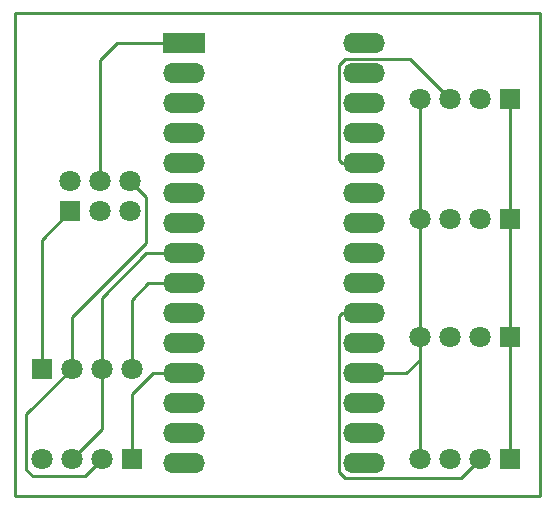
<source format=gtl>
%FSLAX25Y25*%
%MOIN*%
G70*
G01*
G75*
G04 Layer_Physical_Order=1*
G04 Layer_Color=255*
%ADD10C,0.01000*%
%ADD11C,0.07087*%
%ADD12R,0.07087X0.07087*%
%ADD13R,0.14000X0.06800*%
%ADD14O,0.14000X0.06800*%
D10*
X477000Y151000D02*
Y184000D01*
X351000Y181000D02*
Y224000D01*
X360500Y233500D01*
X380500Y243500D02*
X385600Y238400D01*
Y222800D02*
Y238400D01*
X361000Y198200D02*
X385600Y222800D01*
X361000Y181000D02*
Y198200D01*
X371000Y161000D02*
Y181000D01*
X361000Y151000D02*
X371000Y161000D01*
X451000Y249500D02*
X458500D01*
X450000Y250500D02*
X451000Y249500D01*
X450000Y250500D02*
Y282400D01*
X452000Y284400D01*
X473600D01*
X487000Y271000D01*
X365300Y145300D02*
X371000Y151000D01*
X348000Y145300D02*
X365300D01*
X345900Y147400D02*
X348000Y145300D01*
X345900Y147400D02*
Y165900D01*
X361000Y181000D01*
X451000Y199500D02*
X458500D01*
X450000Y198500D02*
X451000Y199500D01*
X450000Y146600D02*
Y198500D01*
Y146600D02*
X452000Y144600D01*
X490600D01*
X497000Y151000D01*
X477000Y184000D02*
Y191500D01*
X472500Y179500D02*
X477000Y184000D01*
X458500Y179500D02*
X472500D01*
X386500Y209500D02*
X398500D01*
X381000Y204000D02*
X386500Y209500D01*
X381000Y181000D02*
Y204000D01*
X371000Y181000D02*
Y204600D01*
X385900Y219500D01*
X398500D01*
X381000Y151000D02*
Y172500D01*
X388000Y179500D01*
X398500D01*
X376000Y289500D02*
X398500D01*
X370500Y284000D02*
X376000Y289500D01*
X370500Y243500D02*
Y284000D01*
X507000Y231000D02*
Y271000D01*
Y151000D02*
Y191500D01*
Y231000D01*
X477000D02*
Y271000D01*
Y191500D02*
Y231000D01*
X342000Y138500D02*
Y299500D01*
X517000D01*
Y138500D02*
Y299500D01*
X342000Y138500D02*
X517000D01*
D11*
X380500Y243500D02*
D03*
Y233500D02*
D03*
X370500Y243500D02*
D03*
Y233500D02*
D03*
X360500Y243500D02*
D03*
X497000Y151000D02*
D03*
X487000D02*
D03*
X477000D02*
D03*
X497000Y191500D02*
D03*
X487000D02*
D03*
X477000D02*
D03*
X497000Y231000D02*
D03*
X487000D02*
D03*
X477000D02*
D03*
X497000Y271000D02*
D03*
X487000D02*
D03*
X477000D02*
D03*
X371000Y151000D02*
D03*
X361000D02*
D03*
X351000D02*
D03*
X381000Y181000D02*
D03*
X371000D02*
D03*
X361000D02*
D03*
D12*
X360500Y233500D02*
D03*
X507000Y151000D02*
D03*
Y191500D02*
D03*
Y231000D02*
D03*
Y271000D02*
D03*
X381000Y151000D02*
D03*
X351000Y181000D02*
D03*
D13*
X398500Y289500D02*
D03*
D14*
Y279500D02*
D03*
Y269500D02*
D03*
Y259500D02*
D03*
Y249500D02*
D03*
Y239500D02*
D03*
Y229500D02*
D03*
Y219500D02*
D03*
Y209500D02*
D03*
Y199500D02*
D03*
Y189500D02*
D03*
Y179500D02*
D03*
Y169500D02*
D03*
Y159500D02*
D03*
Y149500D02*
D03*
X458500Y289500D02*
D03*
Y279500D02*
D03*
Y269500D02*
D03*
Y259500D02*
D03*
Y249500D02*
D03*
Y239500D02*
D03*
Y229500D02*
D03*
Y219500D02*
D03*
Y209500D02*
D03*
Y199500D02*
D03*
Y189500D02*
D03*
Y179500D02*
D03*
Y169500D02*
D03*
Y159500D02*
D03*
Y149500D02*
D03*
M02*

</source>
